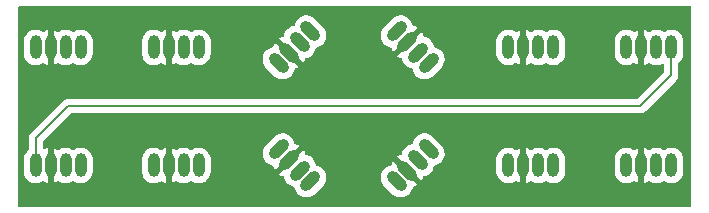
<source format=gbr>
G04 #@! TF.GenerationSoftware,KiCad,Pcbnew,8.0.6*
G04 #@! TF.CreationDate,2025-06-25T21:28:08+01:00*
G04 #@! TF.ProjectId,led-matrix,6c65642d-6d61-4747-9269-782e6b696361,rev?*
G04 #@! TF.SameCoordinates,Original*
G04 #@! TF.FileFunction,Copper,L1,Top*
G04 #@! TF.FilePolarity,Positive*
%FSLAX46Y46*%
G04 Gerber Fmt 4.6, Leading zero omitted, Abs format (unit mm)*
G04 Created by KiCad (PCBNEW 8.0.6) date 2025-06-25 21:28:08*
%MOMM*%
%LPD*%
G01*
G04 APERTURE LIST*
G04 Aperture macros list*
%AMHorizOval*
0 Thick line with rounded ends*
0 $1 width*
0 $2 $3 position (X,Y) of the first rounded end (center of the circle)*
0 $4 $5 position (X,Y) of the second rounded end (center of the circle)*
0 Add line between two ends*
20,1,$1,$2,$3,$4,$5,0*
0 Add two circle primitives to create the rounded ends*
1,1,$1,$2,$3*
1,1,$1,$4,$5*%
G04 Aperture macros list end*
G04 #@! TA.AperFunction,ComponentPad*
%ADD10O,1.000000X2.000000*%
G04 #@! TD*
G04 #@! TA.AperFunction,ComponentPad*
%ADD11HorizOval,1.000000X0.353553X0.353553X-0.353553X-0.353553X0*%
G04 #@! TD*
G04 #@! TA.AperFunction,ComponentPad*
%ADD12HorizOval,1.000000X-0.353553X0.353553X0.353553X-0.353553X0*%
G04 #@! TD*
G04 #@! TA.AperFunction,ViaPad*
%ADD13C,0.600000*%
G04 #@! TD*
G04 #@! TA.AperFunction,Conductor*
%ADD14C,0.200000*%
G04 #@! TD*
G04 APERTURE END LIST*
D10*
X90310000Y-58500000D03*
X89040000Y-58500000D03*
X87770000Y-58500000D03*
X86500000Y-58500000D03*
D11*
X99752038Y-69847038D03*
X98854013Y-68949013D03*
X97955987Y-68050987D03*
X97057962Y-67152962D03*
D10*
X120310000Y-58500000D03*
X119040000Y-58500000D03*
X117770000Y-58500000D03*
X116500000Y-58500000D03*
X120310000Y-68500000D03*
X119040000Y-68500000D03*
X117770000Y-68500000D03*
X116500000Y-68500000D03*
D12*
X109752038Y-67152962D03*
X108854013Y-68050987D03*
X107955987Y-68949013D03*
X107057962Y-69847038D03*
D10*
X80310000Y-58500000D03*
X79040000Y-58500000D03*
X77770000Y-58500000D03*
X76500000Y-58500000D03*
X130310000Y-58500000D03*
X129040000Y-58500000D03*
X127770000Y-58500000D03*
X126500000Y-58500000D03*
X130310000Y-68500000D03*
X129040000Y-68500000D03*
X127770000Y-68500000D03*
X126500000Y-68500000D03*
X80310000Y-68500000D03*
X79040000Y-68500000D03*
X77770000Y-68500000D03*
X76500000Y-68500000D03*
X90310000Y-68500000D03*
X89040000Y-68500000D03*
X87770000Y-68500000D03*
X86500000Y-68500000D03*
D12*
X99752038Y-57152962D03*
X98854013Y-58050987D03*
X97955987Y-58949013D03*
X97057962Y-59847038D03*
D11*
X109752038Y-59847038D03*
X108854013Y-58949013D03*
X107955987Y-58050987D03*
X107057962Y-57152962D03*
D13*
X101950000Y-67850000D03*
X104950000Y-67800000D03*
D14*
X76500000Y-66200000D02*
X76500000Y-68500000D01*
X130310000Y-58500000D02*
X130310000Y-60840000D01*
X79200000Y-63500000D02*
X76500000Y-66200000D01*
X127650000Y-63500000D02*
X79200000Y-63500000D01*
X130310000Y-60840000D02*
X127650000Y-63500000D01*
G04 #@! TA.AperFunction,Conductor*
G36*
X131942539Y-55020185D02*
G01*
X131988294Y-55072989D01*
X131999500Y-55124500D01*
X131999500Y-71875500D01*
X131979815Y-71942539D01*
X131927011Y-71988294D01*
X131875500Y-71999500D01*
X75124500Y-71999500D01*
X75057461Y-71979815D01*
X75011706Y-71927011D01*
X75000500Y-71875500D01*
X75000500Y-69098543D01*
X75499499Y-69098543D01*
X75537947Y-69291829D01*
X75537950Y-69291839D01*
X75613364Y-69473907D01*
X75613371Y-69473920D01*
X75722860Y-69637781D01*
X75722863Y-69637785D01*
X75862214Y-69777136D01*
X75862218Y-69777139D01*
X76026079Y-69886628D01*
X76026092Y-69886635D01*
X76207001Y-69961569D01*
X76208165Y-69962051D01*
X76208169Y-69962051D01*
X76208170Y-69962052D01*
X76401456Y-70000500D01*
X76401459Y-70000500D01*
X76598543Y-70000500D01*
X76752567Y-69969862D01*
X76791835Y-69962051D01*
X76973914Y-69886632D01*
X76973919Y-69886628D01*
X76973922Y-69886627D01*
X76998040Y-69870511D01*
X77066559Y-69824728D01*
X77133234Y-69803850D01*
X77200614Y-69822334D01*
X77204341Y-69824728D01*
X77296321Y-69886188D01*
X77296328Y-69886192D01*
X77478308Y-69961569D01*
X77520000Y-69969862D01*
X77520000Y-68846409D01*
X77605956Y-68896037D01*
X77714048Y-68925000D01*
X77825952Y-68925000D01*
X77934044Y-68896037D01*
X78020000Y-68846409D01*
X78020000Y-69969862D01*
X78061690Y-69961569D01*
X78061692Y-69961569D01*
X78243673Y-69886191D01*
X78243676Y-69886189D01*
X78335657Y-69824729D01*
X78402334Y-69803850D01*
X78469715Y-69822334D01*
X78473440Y-69824728D01*
X78566079Y-69886628D01*
X78566092Y-69886635D01*
X78747001Y-69961569D01*
X78748165Y-69962051D01*
X78748169Y-69962051D01*
X78748170Y-69962052D01*
X78941456Y-70000500D01*
X78941459Y-70000500D01*
X79138543Y-70000500D01*
X79292567Y-69969862D01*
X79331835Y-69962051D01*
X79513914Y-69886632D01*
X79606109Y-69825029D01*
X79672786Y-69804151D01*
X79740166Y-69822635D01*
X79743891Y-69825029D01*
X79835423Y-69886189D01*
X79836086Y-69886632D01*
X79836088Y-69886633D01*
X79836092Y-69886635D01*
X80017001Y-69961569D01*
X80018165Y-69962051D01*
X80018169Y-69962051D01*
X80018170Y-69962052D01*
X80211456Y-70000500D01*
X80211459Y-70000500D01*
X80408543Y-70000500D01*
X80562567Y-69969862D01*
X80601835Y-69962051D01*
X80783914Y-69886632D01*
X80784579Y-69886188D01*
X80876558Y-69824729D01*
X80947782Y-69777139D01*
X81087139Y-69637782D01*
X81196632Y-69473914D01*
X81272051Y-69291835D01*
X81288335Y-69209969D01*
X81310500Y-69098543D01*
X85499499Y-69098543D01*
X85537947Y-69291829D01*
X85537950Y-69291839D01*
X85613364Y-69473907D01*
X85613371Y-69473920D01*
X85722860Y-69637781D01*
X85722863Y-69637785D01*
X85862214Y-69777136D01*
X85862218Y-69777139D01*
X86026079Y-69886628D01*
X86026092Y-69886635D01*
X86207001Y-69961569D01*
X86208165Y-69962051D01*
X86208169Y-69962051D01*
X86208170Y-69962052D01*
X86401456Y-70000500D01*
X86401459Y-70000500D01*
X86598543Y-70000500D01*
X86752567Y-69969862D01*
X86791835Y-69962051D01*
X86973914Y-69886632D01*
X86973919Y-69886628D01*
X86973922Y-69886627D01*
X86998040Y-69870511D01*
X87066559Y-69824728D01*
X87133234Y-69803850D01*
X87200614Y-69822334D01*
X87204341Y-69824728D01*
X87296321Y-69886188D01*
X87296328Y-69886192D01*
X87478308Y-69961569D01*
X87520000Y-69969862D01*
X87520000Y-68846409D01*
X87605956Y-68896037D01*
X87714048Y-68925000D01*
X87825952Y-68925000D01*
X87934044Y-68896037D01*
X88020000Y-68846409D01*
X88020000Y-69969862D01*
X88061690Y-69961569D01*
X88061692Y-69961569D01*
X88243673Y-69886191D01*
X88243676Y-69886189D01*
X88335657Y-69824729D01*
X88402334Y-69803850D01*
X88469715Y-69822334D01*
X88473440Y-69824728D01*
X88566079Y-69886628D01*
X88566092Y-69886635D01*
X88747001Y-69961569D01*
X88748165Y-69962051D01*
X88748169Y-69962051D01*
X88748170Y-69962052D01*
X88941456Y-70000500D01*
X88941459Y-70000500D01*
X89138543Y-70000500D01*
X89292567Y-69969862D01*
X89331835Y-69962051D01*
X89513914Y-69886632D01*
X89606109Y-69825029D01*
X89672786Y-69804151D01*
X89740166Y-69822635D01*
X89743891Y-69825029D01*
X89835423Y-69886189D01*
X89836086Y-69886632D01*
X89836088Y-69886633D01*
X89836092Y-69886635D01*
X90017001Y-69961569D01*
X90018165Y-69962051D01*
X90018169Y-69962051D01*
X90018170Y-69962052D01*
X90211456Y-70000500D01*
X90211459Y-70000500D01*
X90408543Y-70000500D01*
X90562567Y-69969862D01*
X90601835Y-69962051D01*
X90783914Y-69886632D01*
X90784579Y-69886188D01*
X90876558Y-69824729D01*
X90947782Y-69777139D01*
X91087139Y-69637782D01*
X91196632Y-69473914D01*
X91272051Y-69291835D01*
X91288335Y-69209969D01*
X91310500Y-69098543D01*
X91310500Y-67901456D01*
X91272052Y-67708170D01*
X91272051Y-67708169D01*
X91272051Y-67708165D01*
X91241285Y-67633889D01*
X91196635Y-67526092D01*
X91196628Y-67526079D01*
X91117710Y-67407970D01*
X95703909Y-67407970D01*
X95703909Y-67605059D01*
X95742356Y-67798343D01*
X95742358Y-67798351D01*
X95817776Y-67980425D01*
X95817781Y-67980435D01*
X95927269Y-68144295D01*
X95927272Y-68144299D01*
X96066624Y-68283651D01*
X96066628Y-68283654D01*
X96230488Y-68393142D01*
X96230492Y-68393144D01*
X96230495Y-68393146D01*
X96412573Y-68468566D01*
X96521856Y-68490303D01*
X96583765Y-68522687D01*
X96618339Y-68583403D01*
X96619280Y-68587728D01*
X96640861Y-68696223D01*
X96640864Y-68696233D01*
X96716242Y-68878213D01*
X96716243Y-68878215D01*
X96739859Y-68913559D01*
X97534261Y-68119158D01*
X97559950Y-68215031D01*
X97615903Y-68311943D01*
X97695031Y-68391071D01*
X97791943Y-68447024D01*
X97887814Y-68472712D01*
X97093413Y-69267112D01*
X97128762Y-69290732D01*
X97310741Y-69366109D01*
X97310745Y-69366110D01*
X97419243Y-69387691D01*
X97481154Y-69420076D01*
X97515729Y-69480791D01*
X97516670Y-69485117D01*
X97538407Y-69594396D01*
X97538409Y-69594402D01*
X97613827Y-69776476D01*
X97613832Y-69776486D01*
X97723320Y-69940346D01*
X97723323Y-69940350D01*
X97862675Y-70079702D01*
X97862679Y-70079705D01*
X98026539Y-70189193D01*
X98026543Y-70189195D01*
X98026546Y-70189197D01*
X98208624Y-70264617D01*
X98306340Y-70284054D01*
X98317375Y-70286249D01*
X98379286Y-70318633D01*
X98413860Y-70379349D01*
X98414801Y-70383674D01*
X98436432Y-70492421D01*
X98436434Y-70492427D01*
X98511852Y-70674501D01*
X98511857Y-70674511D01*
X98621345Y-70838371D01*
X98621348Y-70838375D01*
X98760700Y-70977727D01*
X98760704Y-70977730D01*
X98924564Y-71087218D01*
X98924568Y-71087220D01*
X98924571Y-71087222D01*
X99106649Y-71162642D01*
X99299940Y-71201090D01*
X99299943Y-71201091D01*
X99299945Y-71201091D01*
X99497027Y-71201091D01*
X99497028Y-71201090D01*
X99690321Y-71162642D01*
X99872399Y-71087222D01*
X100036266Y-70977730D01*
X100882730Y-70131266D01*
X100992222Y-69967399D01*
X101067642Y-69785321D01*
X101106091Y-69592025D01*
X101106091Y-69394945D01*
X101106091Y-69394942D01*
X101106090Y-69394940D01*
X105703909Y-69394940D01*
X105703909Y-69592029D01*
X105742356Y-69785313D01*
X105742358Y-69785321D01*
X105817776Y-69967395D01*
X105817781Y-69967405D01*
X105927269Y-70131265D01*
X105927272Y-70131269D01*
X106773730Y-70977727D01*
X106773734Y-70977730D01*
X106937594Y-71087218D01*
X106937598Y-71087220D01*
X106937601Y-71087222D01*
X107119679Y-71162642D01*
X107312970Y-71201090D01*
X107312973Y-71201091D01*
X107312975Y-71201091D01*
X107510057Y-71201091D01*
X107510058Y-71201090D01*
X107703351Y-71162642D01*
X107885429Y-71087222D01*
X108049296Y-70977730D01*
X108188654Y-70838372D01*
X108298146Y-70674505D01*
X108373566Y-70492427D01*
X108395304Y-70383140D01*
X108427687Y-70321234D01*
X108488402Y-70286659D01*
X108492730Y-70285717D01*
X108601229Y-70264136D01*
X108601232Y-70264135D01*
X108783216Y-70188756D01*
X108783220Y-70188753D01*
X108818559Y-70165139D01*
X108818560Y-70165138D01*
X108024159Y-69370738D01*
X108120031Y-69345050D01*
X108216943Y-69289097D01*
X108296071Y-69209969D01*
X108352024Y-69113057D01*
X108377712Y-69017185D01*
X109172112Y-69811586D01*
X109172113Y-69811585D01*
X109195727Y-69776246D01*
X109195730Y-69776242D01*
X109271109Y-69594258D01*
X109271112Y-69594246D01*
X109292693Y-69485754D01*
X109325077Y-69423843D01*
X109385793Y-69389269D01*
X109390036Y-69388345D01*
X109499402Y-69366591D01*
X109681480Y-69291171D01*
X109845347Y-69181679D01*
X109928483Y-69098543D01*
X115499499Y-69098543D01*
X115537947Y-69291829D01*
X115537950Y-69291839D01*
X115613364Y-69473907D01*
X115613371Y-69473920D01*
X115722860Y-69637781D01*
X115722863Y-69637785D01*
X115862214Y-69777136D01*
X115862218Y-69777139D01*
X116026079Y-69886628D01*
X116026092Y-69886635D01*
X116207001Y-69961569D01*
X116208165Y-69962051D01*
X116208169Y-69962051D01*
X116208170Y-69962052D01*
X116401456Y-70000500D01*
X116401459Y-70000500D01*
X116598543Y-70000500D01*
X116752567Y-69969862D01*
X116791835Y-69962051D01*
X116973914Y-69886632D01*
X116973919Y-69886628D01*
X116973922Y-69886627D01*
X116998040Y-69870511D01*
X117066559Y-69824728D01*
X117133234Y-69803850D01*
X117200614Y-69822334D01*
X117204341Y-69824728D01*
X117296321Y-69886188D01*
X117296328Y-69886192D01*
X117478308Y-69961569D01*
X117520000Y-69969862D01*
X117520000Y-68846409D01*
X117605956Y-68896037D01*
X117714048Y-68925000D01*
X117825952Y-68925000D01*
X117934044Y-68896037D01*
X118020000Y-68846409D01*
X118020000Y-69969862D01*
X118061690Y-69961569D01*
X118061692Y-69961569D01*
X118243673Y-69886191D01*
X118243676Y-69886189D01*
X118335657Y-69824729D01*
X118402334Y-69803850D01*
X118469715Y-69822334D01*
X118473440Y-69824728D01*
X118566079Y-69886628D01*
X118566092Y-69886635D01*
X118747001Y-69961569D01*
X118748165Y-69962051D01*
X118748169Y-69962051D01*
X118748170Y-69962052D01*
X118941456Y-70000500D01*
X118941459Y-70000500D01*
X119138543Y-70000500D01*
X119292567Y-69969862D01*
X119331835Y-69962051D01*
X119513914Y-69886632D01*
X119606109Y-69825029D01*
X119672786Y-69804151D01*
X119740166Y-69822635D01*
X119743891Y-69825029D01*
X119835423Y-69886189D01*
X119836086Y-69886632D01*
X119836088Y-69886633D01*
X119836092Y-69886635D01*
X120017001Y-69961569D01*
X120018165Y-69962051D01*
X120018169Y-69962051D01*
X120018170Y-69962052D01*
X120211456Y-70000500D01*
X120211459Y-70000500D01*
X120408543Y-70000500D01*
X120562567Y-69969862D01*
X120601835Y-69962051D01*
X120783914Y-69886632D01*
X120784579Y-69886188D01*
X120876558Y-69824729D01*
X120947782Y-69777139D01*
X121087139Y-69637782D01*
X121196632Y-69473914D01*
X121272051Y-69291835D01*
X121288335Y-69209969D01*
X121310500Y-69098543D01*
X125499499Y-69098543D01*
X125537947Y-69291829D01*
X125537950Y-69291839D01*
X125613364Y-69473907D01*
X125613371Y-69473920D01*
X125722860Y-69637781D01*
X125722863Y-69637785D01*
X125862214Y-69777136D01*
X125862218Y-69777139D01*
X126026079Y-69886628D01*
X126026092Y-69886635D01*
X126207001Y-69961569D01*
X126208165Y-69962051D01*
X126208169Y-69962051D01*
X126208170Y-69962052D01*
X126401456Y-70000500D01*
X126401459Y-70000500D01*
X126598543Y-70000500D01*
X126752567Y-69969862D01*
X126791835Y-69962051D01*
X126973914Y-69886632D01*
X126973919Y-69886628D01*
X126973922Y-69886627D01*
X126998040Y-69870511D01*
X127066559Y-69824728D01*
X127133234Y-69803850D01*
X127200614Y-69822334D01*
X127204341Y-69824728D01*
X127296321Y-69886188D01*
X127296328Y-69886192D01*
X127478308Y-69961569D01*
X127520000Y-69969862D01*
X127520000Y-68846409D01*
X127605956Y-68896037D01*
X127714048Y-68925000D01*
X127825952Y-68925000D01*
X127934044Y-68896037D01*
X128020000Y-68846409D01*
X128020000Y-69969862D01*
X128061690Y-69961569D01*
X128061692Y-69961569D01*
X128243673Y-69886191D01*
X128243676Y-69886189D01*
X128335657Y-69824729D01*
X128402334Y-69803850D01*
X128469715Y-69822334D01*
X128473440Y-69824728D01*
X128566079Y-69886628D01*
X128566092Y-69886635D01*
X128747001Y-69961569D01*
X128748165Y-69962051D01*
X128748169Y-69962051D01*
X128748170Y-69962052D01*
X128941456Y-70000500D01*
X128941459Y-70000500D01*
X129138543Y-70000500D01*
X129292567Y-69969862D01*
X129331835Y-69962051D01*
X129513914Y-69886632D01*
X129606109Y-69825029D01*
X129672786Y-69804151D01*
X129740166Y-69822635D01*
X129743891Y-69825029D01*
X129835423Y-69886189D01*
X129836086Y-69886632D01*
X129836088Y-69886633D01*
X129836092Y-69886635D01*
X130017001Y-69961569D01*
X130018165Y-69962051D01*
X130018169Y-69962051D01*
X130018170Y-69962052D01*
X130211456Y-70000500D01*
X130211459Y-70000500D01*
X130408543Y-70000500D01*
X130562567Y-69969862D01*
X130601835Y-69962051D01*
X130783914Y-69886632D01*
X130784579Y-69886188D01*
X130876558Y-69824729D01*
X130947782Y-69777139D01*
X131087139Y-69637782D01*
X131196632Y-69473914D01*
X131272051Y-69291835D01*
X131288335Y-69209969D01*
X131310500Y-69098543D01*
X131310500Y-67901456D01*
X131272052Y-67708170D01*
X131272051Y-67708169D01*
X131272051Y-67708165D01*
X131241285Y-67633889D01*
X131196635Y-67526092D01*
X131196628Y-67526079D01*
X131087139Y-67362218D01*
X131087136Y-67362214D01*
X130947785Y-67222863D01*
X130947781Y-67222860D01*
X130783920Y-67113371D01*
X130783907Y-67113364D01*
X130601839Y-67037950D01*
X130601829Y-67037947D01*
X130408543Y-66999500D01*
X130408541Y-66999500D01*
X130211459Y-66999500D01*
X130211457Y-66999500D01*
X130018170Y-67037947D01*
X130018160Y-67037950D01*
X129836089Y-67113366D01*
X129743890Y-67174971D01*
X129677213Y-67195848D01*
X129609833Y-67177363D01*
X129606110Y-67174971D01*
X129579740Y-67157352D01*
X129513914Y-67113368D01*
X129513911Y-67113366D01*
X129513910Y-67113366D01*
X129331839Y-67037950D01*
X129331829Y-67037947D01*
X129138543Y-66999500D01*
X129138541Y-66999500D01*
X128941459Y-66999500D01*
X128941457Y-66999500D01*
X128748170Y-67037947D01*
X128748160Y-67037950D01*
X128566093Y-67113364D01*
X128566082Y-67113370D01*
X128473440Y-67175271D01*
X128406762Y-67196148D01*
X128339382Y-67177663D01*
X128335659Y-67175270D01*
X128243684Y-67113814D01*
X128243671Y-67113807D01*
X128061691Y-67038429D01*
X128061683Y-67038427D01*
X128020000Y-67030135D01*
X128020000Y-68153590D01*
X127934044Y-68103963D01*
X127825952Y-68075000D01*
X127714048Y-68075000D01*
X127605956Y-68103963D01*
X127520000Y-68153590D01*
X127520000Y-67030136D01*
X127519999Y-67030135D01*
X127478316Y-67038427D01*
X127478308Y-67038429D01*
X127296325Y-67113809D01*
X127204339Y-67175271D01*
X127137661Y-67196148D01*
X127070281Y-67177663D01*
X127066559Y-67175271D01*
X127034552Y-67153885D01*
X126973914Y-67113368D01*
X126973911Y-67113366D01*
X126973910Y-67113366D01*
X126791839Y-67037950D01*
X126791829Y-67037947D01*
X126598543Y-66999500D01*
X126598541Y-66999500D01*
X126401459Y-66999500D01*
X126401457Y-66999500D01*
X126208170Y-67037947D01*
X126208160Y-67037950D01*
X126026092Y-67113364D01*
X126026079Y-67113371D01*
X125862218Y-67222860D01*
X125862214Y-67222863D01*
X125722863Y-67362214D01*
X125722860Y-67362218D01*
X125613371Y-67526079D01*
X125613364Y-67526092D01*
X125537950Y-67708160D01*
X125537947Y-67708170D01*
X125499500Y-67901456D01*
X125499500Y-67901459D01*
X125499500Y-69098541D01*
X125499500Y-69098543D01*
X125499499Y-69098543D01*
X121310500Y-69098543D01*
X121310500Y-67901456D01*
X121272052Y-67708170D01*
X121272051Y-67708169D01*
X121272051Y-67708165D01*
X121241285Y-67633889D01*
X121196635Y-67526092D01*
X121196628Y-67526079D01*
X121087139Y-67362218D01*
X121087136Y-67362214D01*
X120947785Y-67222863D01*
X120947781Y-67222860D01*
X120783920Y-67113371D01*
X120783907Y-67113364D01*
X120601839Y-67037950D01*
X120601829Y-67037947D01*
X120408543Y-66999500D01*
X120408541Y-66999500D01*
X120211459Y-66999500D01*
X120211457Y-66999500D01*
X120018170Y-67037947D01*
X120018160Y-67037950D01*
X119836089Y-67113366D01*
X119743890Y-67174971D01*
X119677213Y-67195848D01*
X119609833Y-67177363D01*
X119606110Y-67174971D01*
X119579740Y-67157352D01*
X119513914Y-67113368D01*
X119513911Y-67113366D01*
X119513910Y-67113366D01*
X119331839Y-67037950D01*
X119331829Y-67037947D01*
X119138543Y-66999500D01*
X119138541Y-66999500D01*
X118941459Y-66999500D01*
X118941457Y-66999500D01*
X118748170Y-67037947D01*
X118748160Y-67037950D01*
X118566093Y-67113364D01*
X118566082Y-67113370D01*
X118473440Y-67175271D01*
X118406762Y-67196148D01*
X118339382Y-67177663D01*
X118335659Y-67175270D01*
X118243684Y-67113814D01*
X118243671Y-67113807D01*
X118061691Y-67038429D01*
X118061683Y-67038427D01*
X118020000Y-67030135D01*
X118020000Y-68153590D01*
X117934044Y-68103963D01*
X117825952Y-68075000D01*
X117714048Y-68075000D01*
X117605956Y-68103963D01*
X117520000Y-68153590D01*
X117520000Y-67030136D01*
X117519999Y-67030135D01*
X117478316Y-67038427D01*
X117478308Y-67038429D01*
X117296325Y-67113809D01*
X117204339Y-67175271D01*
X117137661Y-67196148D01*
X117070281Y-67177663D01*
X117066559Y-67175271D01*
X117034552Y-67153885D01*
X116973914Y-67113368D01*
X116973911Y-67113366D01*
X116973910Y-67113366D01*
X116791839Y-67037950D01*
X116791829Y-67037947D01*
X116598543Y-66999500D01*
X116598541Y-66999500D01*
X116401459Y-66999500D01*
X116401457Y-66999500D01*
X116208170Y-67037947D01*
X116208160Y-67037950D01*
X116026092Y-67113364D01*
X116026079Y-67113371D01*
X115862218Y-67222860D01*
X115862214Y-67222863D01*
X115722863Y-67362214D01*
X115722860Y-67362218D01*
X115613371Y-67526079D01*
X115613364Y-67526092D01*
X115537950Y-67708160D01*
X115537947Y-67708170D01*
X115499500Y-67901456D01*
X115499500Y-67901459D01*
X115499500Y-69098541D01*
X115499500Y-69098543D01*
X115499499Y-69098543D01*
X109928483Y-69098543D01*
X109984705Y-69042321D01*
X110094197Y-68878454D01*
X110169617Y-68696376D01*
X110191249Y-68587620D01*
X110223633Y-68525713D01*
X110284349Y-68491139D01*
X110288619Y-68490209D01*
X110397427Y-68468566D01*
X110579505Y-68393146D01*
X110743372Y-68283654D01*
X110882730Y-68144296D01*
X110992222Y-67980429D01*
X111067642Y-67798351D01*
X111106091Y-67605055D01*
X111106091Y-67407975D01*
X111106091Y-67407972D01*
X111106090Y-67407970D01*
X111096989Y-67362218D01*
X111067642Y-67214679D01*
X110992222Y-67032601D01*
X110992220Y-67032598D01*
X110992218Y-67032594D01*
X110882730Y-66868734D01*
X110882727Y-66868730D01*
X110036269Y-66022272D01*
X110036265Y-66022269D01*
X109872405Y-65912781D01*
X109872395Y-65912776D01*
X109690321Y-65837358D01*
X109690313Y-65837356D01*
X109497028Y-65798909D01*
X109497025Y-65798909D01*
X109299945Y-65798909D01*
X109299942Y-65798909D01*
X109106656Y-65837356D01*
X109106648Y-65837358D01*
X108924574Y-65912776D01*
X108924564Y-65912781D01*
X108760704Y-66022269D01*
X108760700Y-66022272D01*
X108621348Y-66161624D01*
X108621345Y-66161628D01*
X108511857Y-66325488D01*
X108511852Y-66325498D01*
X108436434Y-66507572D01*
X108436432Y-66507578D01*
X108414801Y-66616325D01*
X108382416Y-66678236D01*
X108321700Y-66712810D01*
X108317376Y-66713750D01*
X108208629Y-66735381D01*
X108208623Y-66735383D01*
X108026549Y-66810801D01*
X108026539Y-66810806D01*
X107862679Y-66920294D01*
X107862675Y-66920297D01*
X107723323Y-67059649D01*
X107723320Y-67059653D01*
X107613832Y-67223513D01*
X107613827Y-67223523D01*
X107538409Y-67405597D01*
X107538407Y-67405603D01*
X107516670Y-67514881D01*
X107484285Y-67576792D01*
X107423569Y-67611366D01*
X107419245Y-67612306D01*
X107310750Y-67633887D01*
X107310744Y-67633889D01*
X107128759Y-67709269D01*
X107128752Y-67709273D01*
X107093413Y-67732886D01*
X107093412Y-67732886D01*
X107887814Y-68527287D01*
X107791943Y-68552976D01*
X107695031Y-68608929D01*
X107615903Y-68688057D01*
X107559950Y-68784969D01*
X107534261Y-68880840D01*
X106739860Y-68086438D01*
X106739860Y-68086439D01*
X106716247Y-68121778D01*
X106716243Y-68121785D01*
X106640863Y-68303770D01*
X106640861Y-68303776D01*
X106619280Y-68412271D01*
X106586895Y-68474182D01*
X106526179Y-68508756D01*
X106521854Y-68509696D01*
X106412580Y-68531432D01*
X106412572Y-68531434D01*
X106230498Y-68606852D01*
X106230488Y-68606857D01*
X106066628Y-68716345D01*
X106066624Y-68716348D01*
X105927272Y-68855700D01*
X105927269Y-68855704D01*
X105817781Y-69019564D01*
X105817776Y-69019574D01*
X105742358Y-69201648D01*
X105742356Y-69201656D01*
X105703909Y-69394940D01*
X101106090Y-69394940D01*
X101096166Y-69345050D01*
X101067642Y-69201649D01*
X100992222Y-69019571D01*
X100992220Y-69019568D01*
X100992218Y-69019564D01*
X100882730Y-68855704D01*
X100882727Y-68855700D01*
X100743375Y-68716348D01*
X100743371Y-68716345D01*
X100579511Y-68606857D01*
X100579501Y-68606852D01*
X100397427Y-68531434D01*
X100397421Y-68531432D01*
X100288674Y-68509801D01*
X100226763Y-68477416D01*
X100192189Y-68416700D01*
X100191249Y-68412375D01*
X100175901Y-68335215D01*
X100169617Y-68303624D01*
X100094197Y-68121546D01*
X100094195Y-68121543D01*
X100094193Y-68121539D01*
X99984705Y-67957679D01*
X99984702Y-67957675D01*
X99845350Y-67818323D01*
X99845346Y-67818320D01*
X99681486Y-67708832D01*
X99681476Y-67708827D01*
X99499402Y-67633409D01*
X99499396Y-67633407D01*
X99390117Y-67611670D01*
X99328206Y-67579285D01*
X99293632Y-67518569D01*
X99292691Y-67514243D01*
X99271110Y-67405745D01*
X99271109Y-67405741D01*
X99195732Y-67223762D01*
X99172112Y-67188413D01*
X98377712Y-67982813D01*
X98352024Y-67886943D01*
X98296071Y-67790031D01*
X98216943Y-67710903D01*
X98120031Y-67654950D01*
X98024159Y-67629261D01*
X98818560Y-66834860D01*
X98783215Y-66811243D01*
X98783213Y-66811242D01*
X98601233Y-66735864D01*
X98601223Y-66735861D01*
X98492728Y-66714280D01*
X98430817Y-66681895D01*
X98396243Y-66621179D01*
X98395315Y-66616915D01*
X98373566Y-66507573D01*
X98298146Y-66325495D01*
X98298144Y-66325492D01*
X98298142Y-66325488D01*
X98188654Y-66161628D01*
X98188651Y-66161624D01*
X98049299Y-66022272D01*
X98049295Y-66022269D01*
X97885435Y-65912781D01*
X97885425Y-65912776D01*
X97703351Y-65837358D01*
X97703343Y-65837356D01*
X97510058Y-65798909D01*
X97510055Y-65798909D01*
X97312975Y-65798909D01*
X97312972Y-65798909D01*
X97119686Y-65837356D01*
X97119678Y-65837358D01*
X96937604Y-65912776D01*
X96937594Y-65912781D01*
X96773734Y-66022269D01*
X96773730Y-66022272D01*
X95927272Y-66868730D01*
X95927269Y-66868734D01*
X95817781Y-67032594D01*
X95817776Y-67032604D01*
X95742358Y-67214678D01*
X95742356Y-67214686D01*
X95703909Y-67407970D01*
X91117710Y-67407970D01*
X91087139Y-67362218D01*
X91087136Y-67362214D01*
X90947785Y-67222863D01*
X90947781Y-67222860D01*
X90783920Y-67113371D01*
X90783907Y-67113364D01*
X90601839Y-67037950D01*
X90601829Y-67037947D01*
X90408543Y-66999500D01*
X90408541Y-66999500D01*
X90211459Y-66999500D01*
X90211457Y-66999500D01*
X90018170Y-67037947D01*
X90018160Y-67037950D01*
X89836089Y-67113366D01*
X89743890Y-67174971D01*
X89677213Y-67195848D01*
X89609833Y-67177363D01*
X89606110Y-67174971D01*
X89579740Y-67157352D01*
X89513914Y-67113368D01*
X89513911Y-67113366D01*
X89513910Y-67113366D01*
X89331839Y-67037950D01*
X89331829Y-67037947D01*
X89138543Y-66999500D01*
X89138541Y-66999500D01*
X88941459Y-66999500D01*
X88941457Y-66999500D01*
X88748170Y-67037947D01*
X88748160Y-67037950D01*
X88566093Y-67113364D01*
X88566082Y-67113370D01*
X88473440Y-67175271D01*
X88406762Y-67196148D01*
X88339382Y-67177663D01*
X88335659Y-67175270D01*
X88243684Y-67113814D01*
X88243671Y-67113807D01*
X88061691Y-67038429D01*
X88061683Y-67038427D01*
X88020000Y-67030135D01*
X88020000Y-68153590D01*
X87934044Y-68103963D01*
X87825952Y-68075000D01*
X87714048Y-68075000D01*
X87605956Y-68103963D01*
X87520000Y-68153590D01*
X87520000Y-67030136D01*
X87519999Y-67030135D01*
X87478316Y-67038427D01*
X87478308Y-67038429D01*
X87296325Y-67113809D01*
X87204339Y-67175271D01*
X87137661Y-67196148D01*
X87070281Y-67177663D01*
X87066559Y-67175271D01*
X87034552Y-67153885D01*
X86973914Y-67113368D01*
X86973911Y-67113366D01*
X86973910Y-67113366D01*
X86791839Y-67037950D01*
X86791829Y-67037947D01*
X86598543Y-66999500D01*
X86598541Y-66999500D01*
X86401459Y-66999500D01*
X86401457Y-66999500D01*
X86208170Y-67037947D01*
X86208160Y-67037950D01*
X86026092Y-67113364D01*
X86026079Y-67113371D01*
X85862218Y-67222860D01*
X85862214Y-67222863D01*
X85722863Y-67362214D01*
X85722860Y-67362218D01*
X85613371Y-67526079D01*
X85613364Y-67526092D01*
X85537950Y-67708160D01*
X85537947Y-67708170D01*
X85499500Y-67901456D01*
X85499500Y-67901459D01*
X85499500Y-69098541D01*
X85499500Y-69098543D01*
X85499499Y-69098543D01*
X81310500Y-69098543D01*
X81310500Y-67901456D01*
X81272052Y-67708170D01*
X81272051Y-67708169D01*
X81272051Y-67708165D01*
X81241285Y-67633889D01*
X81196635Y-67526092D01*
X81196628Y-67526079D01*
X81087139Y-67362218D01*
X81087136Y-67362214D01*
X80947785Y-67222863D01*
X80947781Y-67222860D01*
X80783920Y-67113371D01*
X80783907Y-67113364D01*
X80601839Y-67037950D01*
X80601829Y-67037947D01*
X80408543Y-66999500D01*
X80408541Y-66999500D01*
X80211459Y-66999500D01*
X80211457Y-66999500D01*
X80018170Y-67037947D01*
X80018160Y-67037950D01*
X79836089Y-67113366D01*
X79743890Y-67174971D01*
X79677213Y-67195848D01*
X79609833Y-67177363D01*
X79606110Y-67174971D01*
X79579740Y-67157352D01*
X79513914Y-67113368D01*
X79513911Y-67113366D01*
X79513910Y-67113366D01*
X79331839Y-67037950D01*
X79331829Y-67037947D01*
X79138543Y-66999500D01*
X79138541Y-66999500D01*
X78941459Y-66999500D01*
X78941457Y-66999500D01*
X78748170Y-67037947D01*
X78748160Y-67037950D01*
X78566093Y-67113364D01*
X78566082Y-67113370D01*
X78473440Y-67175271D01*
X78406762Y-67196148D01*
X78339382Y-67177663D01*
X78335659Y-67175270D01*
X78243684Y-67113814D01*
X78243671Y-67113807D01*
X78061691Y-67038429D01*
X78061683Y-67038427D01*
X78020000Y-67030135D01*
X78020000Y-68153590D01*
X77934044Y-68103963D01*
X77825952Y-68075000D01*
X77714048Y-68075000D01*
X77605956Y-68103963D01*
X77520000Y-68153590D01*
X77520000Y-67030136D01*
X77519999Y-67030135D01*
X77478316Y-67038427D01*
X77478308Y-67038429D01*
X77296324Y-67113809D01*
X77293387Y-67115772D01*
X77291614Y-67116326D01*
X77290952Y-67116681D01*
X77290884Y-67116555D01*
X77226709Y-67136647D01*
X77159329Y-67118160D01*
X77112641Y-67066179D01*
X77100500Y-67012667D01*
X77100500Y-66500097D01*
X77120185Y-66433058D01*
X77136819Y-66412416D01*
X79412417Y-64136819D01*
X79473740Y-64103334D01*
X79500098Y-64100500D01*
X127563331Y-64100500D01*
X127563347Y-64100501D01*
X127570943Y-64100501D01*
X127729054Y-64100501D01*
X127729057Y-64100501D01*
X127881785Y-64059577D01*
X127931904Y-64030639D01*
X128018716Y-63980520D01*
X128130520Y-63868716D01*
X128130520Y-63868714D01*
X128140728Y-63858507D01*
X128140730Y-63858504D01*
X130668506Y-61330728D01*
X130668511Y-61330724D01*
X130678714Y-61320520D01*
X130678716Y-61320520D01*
X130790520Y-61208716D01*
X130817121Y-61162641D01*
X130860663Y-61087225D01*
X130860664Y-61087222D01*
X130860666Y-61087218D01*
X130869577Y-61071785D01*
X130910500Y-60919057D01*
X130910500Y-60760943D01*
X130910500Y-59865784D01*
X130930185Y-59798745D01*
X130946819Y-59778103D01*
X131087136Y-59637785D01*
X131087139Y-59637782D01*
X131196632Y-59473914D01*
X131272051Y-59291835D01*
X131288335Y-59209969D01*
X131310500Y-59098543D01*
X131310500Y-57901456D01*
X131272052Y-57708170D01*
X131272051Y-57708169D01*
X131272051Y-57708165D01*
X131241285Y-57633889D01*
X131196635Y-57526092D01*
X131196628Y-57526079D01*
X131087139Y-57362218D01*
X131087136Y-57362214D01*
X130947785Y-57222863D01*
X130947781Y-57222860D01*
X130783920Y-57113371D01*
X130783907Y-57113364D01*
X130601839Y-57037950D01*
X130601829Y-57037947D01*
X130408543Y-56999500D01*
X130408541Y-56999500D01*
X130211459Y-56999500D01*
X130211457Y-56999500D01*
X130018170Y-57037947D01*
X130018160Y-57037950D01*
X129836089Y-57113366D01*
X129743890Y-57174971D01*
X129677213Y-57195848D01*
X129609833Y-57177363D01*
X129606110Y-57174971D01*
X129579740Y-57157352D01*
X129513914Y-57113368D01*
X129513911Y-57113366D01*
X129513910Y-57113366D01*
X129331839Y-57037950D01*
X129331829Y-57037947D01*
X129138543Y-56999500D01*
X129138541Y-56999500D01*
X128941459Y-56999500D01*
X128941457Y-56999500D01*
X128748170Y-57037947D01*
X128748160Y-57037950D01*
X128566093Y-57113364D01*
X128566082Y-57113370D01*
X128473440Y-57175271D01*
X128406762Y-57196148D01*
X128339382Y-57177663D01*
X128335659Y-57175270D01*
X128243684Y-57113814D01*
X128243671Y-57113807D01*
X128061691Y-57038429D01*
X128061683Y-57038427D01*
X128020000Y-57030135D01*
X128020000Y-58153590D01*
X127934044Y-58103963D01*
X127825952Y-58075000D01*
X127714048Y-58075000D01*
X127605956Y-58103963D01*
X127520000Y-58153590D01*
X127520000Y-57030136D01*
X127519999Y-57030135D01*
X127478316Y-57038427D01*
X127478308Y-57038429D01*
X127296325Y-57113809D01*
X127204339Y-57175271D01*
X127137661Y-57196148D01*
X127070281Y-57177663D01*
X127066559Y-57175271D01*
X127034552Y-57153885D01*
X126973914Y-57113368D01*
X126973911Y-57113366D01*
X126973910Y-57113366D01*
X126791839Y-57037950D01*
X126791829Y-57037947D01*
X126598543Y-56999500D01*
X126598541Y-56999500D01*
X126401459Y-56999500D01*
X126401457Y-56999500D01*
X126208170Y-57037947D01*
X126208160Y-57037950D01*
X126026092Y-57113364D01*
X126026079Y-57113371D01*
X125862218Y-57222860D01*
X125862214Y-57222863D01*
X125722863Y-57362214D01*
X125722860Y-57362218D01*
X125613371Y-57526079D01*
X125613364Y-57526092D01*
X125537950Y-57708160D01*
X125537947Y-57708170D01*
X125499500Y-57901456D01*
X125499500Y-57901459D01*
X125499500Y-59098541D01*
X125499500Y-59098543D01*
X125499499Y-59098543D01*
X125537947Y-59291829D01*
X125537950Y-59291839D01*
X125613364Y-59473907D01*
X125613371Y-59473920D01*
X125722860Y-59637781D01*
X125722863Y-59637785D01*
X125862214Y-59777136D01*
X125862218Y-59777139D01*
X126026079Y-59886628D01*
X126026092Y-59886635D01*
X126207001Y-59961569D01*
X126208165Y-59962051D01*
X126208169Y-59962051D01*
X126208170Y-59962052D01*
X126401456Y-60000500D01*
X126401459Y-60000500D01*
X126598543Y-60000500D01*
X126752567Y-59969862D01*
X126791835Y-59962051D01*
X126973914Y-59886632D01*
X126973919Y-59886628D01*
X126973922Y-59886627D01*
X127005115Y-59865784D01*
X127066559Y-59824728D01*
X127133234Y-59803850D01*
X127200614Y-59822334D01*
X127204341Y-59824728D01*
X127296321Y-59886188D01*
X127296328Y-59886192D01*
X127478308Y-59961569D01*
X127520000Y-59969862D01*
X127520000Y-58846409D01*
X127605956Y-58896037D01*
X127714048Y-58925000D01*
X127825952Y-58925000D01*
X127934044Y-58896037D01*
X128020000Y-58846409D01*
X128020000Y-59969862D01*
X128061690Y-59961569D01*
X128061692Y-59961569D01*
X128243673Y-59886191D01*
X128243676Y-59886189D01*
X128335657Y-59824729D01*
X128402334Y-59803850D01*
X128469715Y-59822334D01*
X128473440Y-59824728D01*
X128566079Y-59886628D01*
X128566092Y-59886635D01*
X128747001Y-59961569D01*
X128748165Y-59962051D01*
X128748169Y-59962051D01*
X128748170Y-59962052D01*
X128941456Y-60000500D01*
X128941459Y-60000500D01*
X129138543Y-60000500D01*
X129292567Y-59969862D01*
X129331835Y-59962051D01*
X129513914Y-59886632D01*
X129516602Y-59884835D01*
X129518226Y-59884326D01*
X129519289Y-59883759D01*
X129519396Y-59883960D01*
X129583276Y-59863953D01*
X129650658Y-59882432D01*
X129697353Y-59934407D01*
X129709500Y-59987933D01*
X129709500Y-60539903D01*
X129689815Y-60606942D01*
X129673181Y-60627584D01*
X127437584Y-62863181D01*
X127376261Y-62896666D01*
X127349903Y-62899500D01*
X79286670Y-62899500D01*
X79286654Y-62899499D01*
X79279058Y-62899499D01*
X79120943Y-62899499D01*
X79044579Y-62919961D01*
X78968214Y-62940423D01*
X78968209Y-62940426D01*
X78831290Y-63019475D01*
X78831282Y-63019481D01*
X76019481Y-65831282D01*
X76019477Y-65831287D01*
X75972430Y-65912777D01*
X75972430Y-65912778D01*
X75940423Y-65968214D01*
X75940423Y-65968215D01*
X75899499Y-66120943D01*
X75899499Y-66120945D01*
X75899499Y-66289046D01*
X75899500Y-66289059D01*
X75899500Y-67134216D01*
X75879815Y-67201255D01*
X75863181Y-67221897D01*
X75722863Y-67362214D01*
X75722860Y-67362218D01*
X75613371Y-67526079D01*
X75613364Y-67526092D01*
X75537950Y-67708160D01*
X75537947Y-67708170D01*
X75499500Y-67901456D01*
X75499500Y-67901459D01*
X75499500Y-69098541D01*
X75499500Y-69098543D01*
X75499499Y-69098543D01*
X75000500Y-69098543D01*
X75000500Y-59098543D01*
X75499499Y-59098543D01*
X75537947Y-59291829D01*
X75537950Y-59291839D01*
X75613364Y-59473907D01*
X75613371Y-59473920D01*
X75722860Y-59637781D01*
X75722863Y-59637785D01*
X75862214Y-59777136D01*
X75862218Y-59777139D01*
X76026079Y-59886628D01*
X76026092Y-59886635D01*
X76207001Y-59961569D01*
X76208165Y-59962051D01*
X76208169Y-59962051D01*
X76208170Y-59962052D01*
X76401456Y-60000500D01*
X76401459Y-60000500D01*
X76598543Y-60000500D01*
X76752567Y-59969862D01*
X76791835Y-59962051D01*
X76973914Y-59886632D01*
X76973919Y-59886628D01*
X76973922Y-59886627D01*
X77005115Y-59865784D01*
X77066559Y-59824728D01*
X77133234Y-59803850D01*
X77200614Y-59822334D01*
X77204341Y-59824728D01*
X77296321Y-59886188D01*
X77296328Y-59886192D01*
X77478308Y-59961569D01*
X77520000Y-59969862D01*
X77520000Y-58846409D01*
X77605956Y-58896037D01*
X77714048Y-58925000D01*
X77825952Y-58925000D01*
X77934044Y-58896037D01*
X78020000Y-58846409D01*
X78020000Y-59969862D01*
X78061690Y-59961569D01*
X78061692Y-59961569D01*
X78243673Y-59886191D01*
X78243676Y-59886189D01*
X78335657Y-59824729D01*
X78402334Y-59803850D01*
X78469715Y-59822334D01*
X78473440Y-59824728D01*
X78566079Y-59886628D01*
X78566092Y-59886635D01*
X78747001Y-59961569D01*
X78748165Y-59962051D01*
X78748169Y-59962051D01*
X78748170Y-59962052D01*
X78941456Y-60000500D01*
X78941459Y-60000500D01*
X79138543Y-60000500D01*
X79292567Y-59969862D01*
X79331835Y-59962051D01*
X79513914Y-59886632D01*
X79606109Y-59825029D01*
X79672786Y-59804151D01*
X79740166Y-59822635D01*
X79743891Y-59825029D01*
X79835423Y-59886189D01*
X79836086Y-59886632D01*
X79836088Y-59886633D01*
X79836092Y-59886635D01*
X80017001Y-59961569D01*
X80018165Y-59962051D01*
X80018169Y-59962051D01*
X80018170Y-59962052D01*
X80211456Y-60000500D01*
X80211459Y-60000500D01*
X80408543Y-60000500D01*
X80562567Y-59969862D01*
X80601835Y-59962051D01*
X80783914Y-59886632D01*
X80784579Y-59886188D01*
X80815115Y-59865784D01*
X80947782Y-59777139D01*
X81087139Y-59637782D01*
X81196632Y-59473914D01*
X81272051Y-59291835D01*
X81288335Y-59209969D01*
X81310500Y-59098543D01*
X85499499Y-59098543D01*
X85537947Y-59291829D01*
X85537950Y-59291839D01*
X85613364Y-59473907D01*
X85613371Y-59473920D01*
X85722860Y-59637781D01*
X85722863Y-59637785D01*
X85862214Y-59777136D01*
X85862218Y-59777139D01*
X86026079Y-59886628D01*
X86026092Y-59886635D01*
X86207001Y-59961569D01*
X86208165Y-59962051D01*
X86208169Y-59962051D01*
X86208170Y-59962052D01*
X86401456Y-60000500D01*
X86401459Y-60000500D01*
X86598543Y-60000500D01*
X86752567Y-59969862D01*
X86791835Y-59962051D01*
X86973914Y-59886632D01*
X86973919Y-59886628D01*
X86973922Y-59886627D01*
X87005115Y-59865784D01*
X87066559Y-59824728D01*
X87133234Y-59803850D01*
X87200614Y-59822334D01*
X87204341Y-59824728D01*
X87296321Y-59886188D01*
X87296328Y-59886192D01*
X87478308Y-59961569D01*
X87520000Y-59969862D01*
X87520000Y-58846409D01*
X87605956Y-58896037D01*
X87714048Y-58925000D01*
X87825952Y-58925000D01*
X87934044Y-58896037D01*
X88020000Y-58846409D01*
X88020000Y-59969862D01*
X88061690Y-59961569D01*
X88061692Y-59961569D01*
X88243673Y-59886191D01*
X88243676Y-59886189D01*
X88335657Y-59824729D01*
X88402334Y-59803850D01*
X88469715Y-59822334D01*
X88473440Y-59824728D01*
X88566079Y-59886628D01*
X88566092Y-59886635D01*
X88747001Y-59961569D01*
X88748165Y-59962051D01*
X88748169Y-59962051D01*
X88748170Y-59962052D01*
X88941456Y-60000500D01*
X88941459Y-60000500D01*
X89138543Y-60000500D01*
X89292567Y-59969862D01*
X89331835Y-59962051D01*
X89513914Y-59886632D01*
X89606109Y-59825029D01*
X89672786Y-59804151D01*
X89740166Y-59822635D01*
X89743891Y-59825029D01*
X89835423Y-59886189D01*
X89836086Y-59886632D01*
X89836088Y-59886633D01*
X89836092Y-59886635D01*
X90017001Y-59961569D01*
X90018165Y-59962051D01*
X90018169Y-59962051D01*
X90018170Y-59962052D01*
X90211456Y-60000500D01*
X90211459Y-60000500D01*
X90408543Y-60000500D01*
X90562567Y-59969862D01*
X90601835Y-59962051D01*
X90783914Y-59886632D01*
X90784579Y-59886188D01*
X90815115Y-59865784D01*
X90947782Y-59777139D01*
X91087139Y-59637782D01*
X91196632Y-59473914D01*
X91229344Y-59394940D01*
X95703909Y-59394940D01*
X95703909Y-59592029D01*
X95742356Y-59785313D01*
X95742358Y-59785321D01*
X95817776Y-59967395D01*
X95817781Y-59967405D01*
X95927269Y-60131265D01*
X95927272Y-60131269D01*
X96773730Y-60977727D01*
X96773734Y-60977730D01*
X96937594Y-61087218D01*
X96937601Y-61087222D01*
X97119679Y-61162642D01*
X97312970Y-61201090D01*
X97312973Y-61201091D01*
X97312975Y-61201091D01*
X97510057Y-61201091D01*
X97510058Y-61201090D01*
X97703351Y-61162642D01*
X97885429Y-61087222D01*
X98049296Y-60977730D01*
X98188654Y-60838372D01*
X98298146Y-60674505D01*
X98373566Y-60492427D01*
X98395304Y-60383140D01*
X98427687Y-60321234D01*
X98488402Y-60286659D01*
X98492730Y-60285717D01*
X98601229Y-60264136D01*
X98601232Y-60264135D01*
X98783216Y-60188756D01*
X98783220Y-60188753D01*
X98818559Y-60165139D01*
X98818560Y-60165138D01*
X98024159Y-59370738D01*
X98120031Y-59345050D01*
X98216943Y-59289097D01*
X98296071Y-59209969D01*
X98352024Y-59113057D01*
X98377712Y-59017185D01*
X99172112Y-59811586D01*
X99172113Y-59811585D01*
X99195727Y-59776246D01*
X99195730Y-59776242D01*
X99271109Y-59594258D01*
X99271112Y-59594246D01*
X99292693Y-59485754D01*
X99325077Y-59423843D01*
X99385793Y-59389269D01*
X99390036Y-59388345D01*
X99499402Y-59366591D01*
X99681480Y-59291171D01*
X99845347Y-59181679D01*
X99984705Y-59042321D01*
X100094197Y-58878454D01*
X100169617Y-58696376D01*
X100191249Y-58587620D01*
X100223633Y-58525713D01*
X100284349Y-58491139D01*
X100288619Y-58490209D01*
X100397427Y-58468566D01*
X100579505Y-58393146D01*
X100743372Y-58283654D01*
X100882730Y-58144296D01*
X100992222Y-57980429D01*
X101067642Y-57798351D01*
X101106091Y-57605055D01*
X101106091Y-57407975D01*
X101106091Y-57407972D01*
X101106090Y-57407970D01*
X105703909Y-57407970D01*
X105703909Y-57605059D01*
X105742356Y-57798343D01*
X105742358Y-57798351D01*
X105817776Y-57980425D01*
X105817781Y-57980435D01*
X105927269Y-58144295D01*
X105927272Y-58144299D01*
X106066624Y-58283651D01*
X106066628Y-58283654D01*
X106230488Y-58393142D01*
X106230492Y-58393144D01*
X106230495Y-58393146D01*
X106412573Y-58468566D01*
X106521856Y-58490303D01*
X106583765Y-58522687D01*
X106618339Y-58583403D01*
X106619280Y-58587728D01*
X106640861Y-58696223D01*
X106640864Y-58696233D01*
X106716242Y-58878213D01*
X106716243Y-58878215D01*
X106739859Y-58913559D01*
X107534261Y-58119158D01*
X107559950Y-58215031D01*
X107615903Y-58311943D01*
X107695031Y-58391071D01*
X107791943Y-58447024D01*
X107887814Y-58472712D01*
X107093413Y-59267112D01*
X107128762Y-59290732D01*
X107310741Y-59366109D01*
X107310745Y-59366110D01*
X107419243Y-59387691D01*
X107481154Y-59420076D01*
X107515729Y-59480791D01*
X107516670Y-59485117D01*
X107538407Y-59594396D01*
X107538409Y-59594402D01*
X107613827Y-59776476D01*
X107613832Y-59776486D01*
X107723320Y-59940346D01*
X107723323Y-59940350D01*
X107862675Y-60079702D01*
X107862679Y-60079705D01*
X108026539Y-60189193D01*
X108026543Y-60189195D01*
X108026546Y-60189197D01*
X108208624Y-60264617D01*
X108306340Y-60284054D01*
X108317375Y-60286249D01*
X108379286Y-60318633D01*
X108413860Y-60379349D01*
X108414801Y-60383674D01*
X108436432Y-60492421D01*
X108436434Y-60492427D01*
X108511852Y-60674501D01*
X108511857Y-60674511D01*
X108621345Y-60838371D01*
X108621348Y-60838375D01*
X108760700Y-60977727D01*
X108760704Y-60977730D01*
X108924564Y-61087218D01*
X108924571Y-61087222D01*
X109106649Y-61162642D01*
X109299940Y-61201090D01*
X109299943Y-61201091D01*
X109299945Y-61201091D01*
X109497027Y-61201091D01*
X109497028Y-61201090D01*
X109690321Y-61162642D01*
X109872399Y-61087222D01*
X110036266Y-60977730D01*
X110882730Y-60131266D01*
X110992222Y-59967399D01*
X111067642Y-59785321D01*
X111106091Y-59592025D01*
X111106091Y-59394945D01*
X111106091Y-59394942D01*
X111106090Y-59394940D01*
X111096166Y-59345050D01*
X111067642Y-59201649D01*
X111024934Y-59098543D01*
X115499499Y-59098543D01*
X115537947Y-59291829D01*
X115537950Y-59291839D01*
X115613364Y-59473907D01*
X115613371Y-59473920D01*
X115722860Y-59637781D01*
X115722863Y-59637785D01*
X115862214Y-59777136D01*
X115862218Y-59777139D01*
X116026079Y-59886628D01*
X116026092Y-59886635D01*
X116207001Y-59961569D01*
X116208165Y-59962051D01*
X116208169Y-59962051D01*
X116208170Y-59962052D01*
X116401456Y-60000500D01*
X116401459Y-60000500D01*
X116598543Y-60000500D01*
X116752567Y-59969862D01*
X116791835Y-59962051D01*
X116973914Y-59886632D01*
X116973919Y-59886628D01*
X116973922Y-59886627D01*
X117005115Y-59865784D01*
X117066559Y-59824728D01*
X117133234Y-59803850D01*
X117200614Y-59822334D01*
X117204341Y-59824728D01*
X117296321Y-59886188D01*
X117296328Y-59886192D01*
X117478308Y-59961569D01*
X117520000Y-59969862D01*
X117520000Y-58846409D01*
X117605956Y-58896037D01*
X117714048Y-58925000D01*
X117825952Y-58925000D01*
X117934044Y-58896037D01*
X118020000Y-58846409D01*
X118020000Y-59969862D01*
X118061690Y-59961569D01*
X118061692Y-59961569D01*
X118243673Y-59886191D01*
X118243676Y-59886189D01*
X118335657Y-59824729D01*
X118402334Y-59803850D01*
X118469715Y-59822334D01*
X118473440Y-59824728D01*
X118566079Y-59886628D01*
X118566092Y-59886635D01*
X118747001Y-59961569D01*
X118748165Y-59962051D01*
X118748169Y-59962051D01*
X118748170Y-59962052D01*
X118941456Y-60000500D01*
X118941459Y-60000500D01*
X119138543Y-60000500D01*
X119292567Y-59969862D01*
X119331835Y-59962051D01*
X119513914Y-59886632D01*
X119606109Y-59825029D01*
X119672786Y-59804151D01*
X119740166Y-59822635D01*
X119743891Y-59825029D01*
X119835423Y-59886189D01*
X119836086Y-59886632D01*
X119836088Y-59886633D01*
X119836092Y-59886635D01*
X120017001Y-59961569D01*
X120018165Y-59962051D01*
X120018169Y-59962051D01*
X120018170Y-59962052D01*
X120211456Y-60000500D01*
X120211459Y-60000500D01*
X120408543Y-60000500D01*
X120562567Y-59969862D01*
X120601835Y-59962051D01*
X120783914Y-59886632D01*
X120784579Y-59886188D01*
X120815115Y-59865784D01*
X120947782Y-59777139D01*
X121087139Y-59637782D01*
X121196632Y-59473914D01*
X121272051Y-59291835D01*
X121288335Y-59209969D01*
X121310500Y-59098543D01*
X121310500Y-57901456D01*
X121272052Y-57708170D01*
X121272051Y-57708169D01*
X121272051Y-57708165D01*
X121241285Y-57633889D01*
X121196635Y-57526092D01*
X121196628Y-57526079D01*
X121087139Y-57362218D01*
X121087136Y-57362214D01*
X120947785Y-57222863D01*
X120947781Y-57222860D01*
X120783920Y-57113371D01*
X120783907Y-57113364D01*
X120601839Y-57037950D01*
X120601829Y-57037947D01*
X120408543Y-56999500D01*
X120408541Y-56999500D01*
X120211459Y-56999500D01*
X120211457Y-56999500D01*
X120018170Y-57037947D01*
X120018160Y-57037950D01*
X119836089Y-57113366D01*
X119743890Y-57174971D01*
X119677213Y-57195848D01*
X119609833Y-57177363D01*
X119606110Y-57174971D01*
X119579740Y-57157352D01*
X119513914Y-57113368D01*
X119513911Y-57113366D01*
X119513910Y-57113366D01*
X119331839Y-57037950D01*
X119331829Y-57037947D01*
X119138543Y-56999500D01*
X119138541Y-56999500D01*
X118941459Y-56999500D01*
X118941457Y-56999500D01*
X118748170Y-57037947D01*
X118748160Y-57037950D01*
X118566093Y-57113364D01*
X118566082Y-57113370D01*
X118473440Y-57175271D01*
X118406762Y-57196148D01*
X118339382Y-57177663D01*
X118335659Y-57175270D01*
X118243684Y-57113814D01*
X118243671Y-57113807D01*
X118061691Y-57038429D01*
X118061683Y-57038427D01*
X118020000Y-57030135D01*
X118020000Y-58153590D01*
X117934044Y-58103963D01*
X117825952Y-58075000D01*
X117714048Y-58075000D01*
X117605956Y-58103963D01*
X117520000Y-58153590D01*
X117520000Y-57030136D01*
X117519999Y-57030135D01*
X117478316Y-57038427D01*
X117478308Y-57038429D01*
X117296325Y-57113809D01*
X117204339Y-57175271D01*
X117137661Y-57196148D01*
X117070281Y-57177663D01*
X117066559Y-57175271D01*
X117034552Y-57153885D01*
X116973914Y-57113368D01*
X116973911Y-57113366D01*
X116973910Y-57113366D01*
X116791839Y-57037950D01*
X116791829Y-57037947D01*
X116598543Y-56999500D01*
X116598541Y-56999500D01*
X116401459Y-56999500D01*
X116401457Y-56999500D01*
X116208170Y-57037947D01*
X116208160Y-57037950D01*
X116026092Y-57113364D01*
X116026079Y-57113371D01*
X115862218Y-57222860D01*
X115862214Y-57222863D01*
X115722863Y-57362214D01*
X115722860Y-57362218D01*
X115613371Y-57526079D01*
X115613364Y-57526092D01*
X115537950Y-57708160D01*
X115537947Y-57708170D01*
X115499500Y-57901456D01*
X115499500Y-57901459D01*
X115499500Y-59098541D01*
X115499500Y-59098543D01*
X115499499Y-59098543D01*
X111024934Y-59098543D01*
X110992222Y-59019571D01*
X110992220Y-59019568D01*
X110992218Y-59019564D01*
X110882730Y-58855704D01*
X110882727Y-58855700D01*
X110743375Y-58716348D01*
X110743371Y-58716345D01*
X110579511Y-58606857D01*
X110579501Y-58606852D01*
X110397427Y-58531434D01*
X110397421Y-58531432D01*
X110288674Y-58509801D01*
X110226763Y-58477416D01*
X110192189Y-58416700D01*
X110191249Y-58412375D01*
X110175901Y-58335215D01*
X110169617Y-58303624D01*
X110094197Y-58121546D01*
X110094195Y-58121543D01*
X110094193Y-58121539D01*
X109984705Y-57957679D01*
X109984702Y-57957675D01*
X109845350Y-57818323D01*
X109845346Y-57818320D01*
X109681486Y-57708832D01*
X109681476Y-57708827D01*
X109499402Y-57633409D01*
X109499396Y-57633407D01*
X109390117Y-57611670D01*
X109328206Y-57579285D01*
X109293632Y-57518569D01*
X109292691Y-57514243D01*
X109271110Y-57405745D01*
X109271109Y-57405741D01*
X109195732Y-57223762D01*
X109172112Y-57188413D01*
X108377712Y-57982813D01*
X108352024Y-57886943D01*
X108296071Y-57790031D01*
X108216943Y-57710903D01*
X108120031Y-57654950D01*
X108024159Y-57629261D01*
X108818560Y-56834860D01*
X108783215Y-56811243D01*
X108783213Y-56811242D01*
X108601233Y-56735864D01*
X108601223Y-56735861D01*
X108492728Y-56714280D01*
X108430817Y-56681895D01*
X108396243Y-56621179D01*
X108395315Y-56616915D01*
X108373566Y-56507573D01*
X108298146Y-56325495D01*
X108298144Y-56325492D01*
X108298142Y-56325488D01*
X108188654Y-56161628D01*
X108188651Y-56161624D01*
X108049299Y-56022272D01*
X108049295Y-56022269D01*
X107885435Y-55912781D01*
X107885425Y-55912776D01*
X107703351Y-55837358D01*
X107703343Y-55837356D01*
X107510058Y-55798909D01*
X107510055Y-55798909D01*
X107312975Y-55798909D01*
X107312972Y-55798909D01*
X107119686Y-55837356D01*
X107119678Y-55837358D01*
X106937604Y-55912776D01*
X106937594Y-55912781D01*
X106773734Y-56022269D01*
X106773730Y-56022272D01*
X105927272Y-56868730D01*
X105927269Y-56868734D01*
X105817781Y-57032594D01*
X105817776Y-57032604D01*
X105742358Y-57214678D01*
X105742356Y-57214686D01*
X105703909Y-57407970D01*
X101106090Y-57407970D01*
X101096989Y-57362218D01*
X101067642Y-57214679D01*
X100992222Y-57032601D01*
X100992220Y-57032598D01*
X100992218Y-57032594D01*
X100882730Y-56868734D01*
X100882727Y-56868730D01*
X100036269Y-56022272D01*
X100036265Y-56022269D01*
X99872405Y-55912781D01*
X99872395Y-55912776D01*
X99690321Y-55837358D01*
X99690313Y-55837356D01*
X99497028Y-55798909D01*
X99497025Y-55798909D01*
X99299945Y-55798909D01*
X99299942Y-55798909D01*
X99106656Y-55837356D01*
X99106648Y-55837358D01*
X98924574Y-55912776D01*
X98924564Y-55912781D01*
X98760704Y-56022269D01*
X98760700Y-56022272D01*
X98621348Y-56161624D01*
X98621345Y-56161628D01*
X98511857Y-56325488D01*
X98511852Y-56325498D01*
X98436434Y-56507572D01*
X98436432Y-56507578D01*
X98414801Y-56616325D01*
X98382416Y-56678236D01*
X98321700Y-56712810D01*
X98317376Y-56713750D01*
X98208629Y-56735381D01*
X98208623Y-56735383D01*
X98026549Y-56810801D01*
X98026539Y-56810806D01*
X97862679Y-56920294D01*
X97862675Y-56920297D01*
X97723323Y-57059649D01*
X97723320Y-57059653D01*
X97613832Y-57223513D01*
X97613827Y-57223523D01*
X97538409Y-57405597D01*
X97538407Y-57405603D01*
X97516670Y-57514881D01*
X97484285Y-57576792D01*
X97423569Y-57611366D01*
X97419245Y-57612306D01*
X97310750Y-57633887D01*
X97310744Y-57633889D01*
X97128759Y-57709269D01*
X97128752Y-57709273D01*
X97093413Y-57732886D01*
X97093412Y-57732886D01*
X97887814Y-58527287D01*
X97791943Y-58552976D01*
X97695031Y-58608929D01*
X97615903Y-58688057D01*
X97559950Y-58784969D01*
X97534261Y-58880840D01*
X96739860Y-58086438D01*
X96739860Y-58086439D01*
X96716247Y-58121778D01*
X96716243Y-58121785D01*
X96640863Y-58303770D01*
X96640861Y-58303776D01*
X96619280Y-58412271D01*
X96586895Y-58474182D01*
X96526179Y-58508756D01*
X96521854Y-58509696D01*
X96412580Y-58531432D01*
X96412572Y-58531434D01*
X96230498Y-58606852D01*
X96230488Y-58606857D01*
X96066628Y-58716345D01*
X96066624Y-58716348D01*
X95927272Y-58855700D01*
X95927269Y-58855704D01*
X95817781Y-59019564D01*
X95817776Y-59019574D01*
X95742358Y-59201648D01*
X95742356Y-59201656D01*
X95703909Y-59394940D01*
X91229344Y-59394940D01*
X91272051Y-59291835D01*
X91288335Y-59209969D01*
X91310500Y-59098543D01*
X91310500Y-57901456D01*
X91272052Y-57708170D01*
X91272051Y-57708169D01*
X91272051Y-57708165D01*
X91241285Y-57633889D01*
X91196635Y-57526092D01*
X91196628Y-57526079D01*
X91087139Y-57362218D01*
X91087136Y-57362214D01*
X90947785Y-57222863D01*
X90947781Y-57222860D01*
X90783920Y-57113371D01*
X90783907Y-57113364D01*
X90601839Y-57037950D01*
X90601829Y-57037947D01*
X90408543Y-56999500D01*
X90408541Y-56999500D01*
X90211459Y-56999500D01*
X90211457Y-56999500D01*
X90018170Y-57037947D01*
X90018160Y-57037950D01*
X89836089Y-57113366D01*
X89743890Y-57174971D01*
X89677213Y-57195848D01*
X89609833Y-57177363D01*
X89606110Y-57174971D01*
X89579740Y-57157352D01*
X89513914Y-57113368D01*
X89513911Y-57113366D01*
X89513910Y-57113366D01*
X89331839Y-57037950D01*
X89331829Y-57037947D01*
X89138543Y-56999500D01*
X89138541Y-56999500D01*
X88941459Y-56999500D01*
X88941457Y-56999500D01*
X88748170Y-57037947D01*
X88748160Y-57037950D01*
X88566093Y-57113364D01*
X88566082Y-57113370D01*
X88473440Y-57175271D01*
X88406762Y-57196148D01*
X88339382Y-57177663D01*
X88335659Y-57175270D01*
X88243684Y-57113814D01*
X88243671Y-57113807D01*
X88061691Y-57038429D01*
X88061683Y-57038427D01*
X88020000Y-57030135D01*
X88020000Y-58153590D01*
X87934044Y-58103963D01*
X87825952Y-58075000D01*
X87714048Y-58075000D01*
X87605956Y-58103963D01*
X87520000Y-58153590D01*
X87520000Y-57030136D01*
X87519999Y-57030135D01*
X87478316Y-57038427D01*
X87478308Y-57038429D01*
X87296325Y-57113809D01*
X87204339Y-57175271D01*
X87137661Y-57196148D01*
X87070281Y-57177663D01*
X87066559Y-57175271D01*
X87034552Y-57153885D01*
X86973914Y-57113368D01*
X86973911Y-57113366D01*
X86973910Y-57113366D01*
X86791839Y-57037950D01*
X86791829Y-57037947D01*
X86598543Y-56999500D01*
X86598541Y-56999500D01*
X86401459Y-56999500D01*
X86401457Y-56999500D01*
X86208170Y-57037947D01*
X86208160Y-57037950D01*
X86026092Y-57113364D01*
X86026079Y-57113371D01*
X85862218Y-57222860D01*
X85862214Y-57222863D01*
X85722863Y-57362214D01*
X85722860Y-57362218D01*
X85613371Y-57526079D01*
X85613364Y-57526092D01*
X85537950Y-57708160D01*
X85537947Y-57708170D01*
X85499500Y-57901456D01*
X85499500Y-57901459D01*
X85499500Y-59098541D01*
X85499500Y-59098543D01*
X85499499Y-59098543D01*
X81310500Y-59098543D01*
X81310500Y-57901456D01*
X81272052Y-57708170D01*
X81272051Y-57708169D01*
X81272051Y-57708165D01*
X81241285Y-57633889D01*
X81196635Y-57526092D01*
X81196628Y-57526079D01*
X81087139Y-57362218D01*
X81087136Y-57362214D01*
X80947785Y-57222863D01*
X80947781Y-57222860D01*
X80783920Y-57113371D01*
X80783907Y-57113364D01*
X80601839Y-57037950D01*
X80601829Y-57037947D01*
X80408543Y-56999500D01*
X80408541Y-56999500D01*
X80211459Y-56999500D01*
X80211457Y-56999500D01*
X80018170Y-57037947D01*
X80018160Y-57037950D01*
X79836089Y-57113366D01*
X79743890Y-57174971D01*
X79677213Y-57195848D01*
X79609833Y-57177363D01*
X79606110Y-57174971D01*
X79579740Y-57157352D01*
X79513914Y-57113368D01*
X79513911Y-57113366D01*
X79513910Y-57113366D01*
X79331839Y-57037950D01*
X79331829Y-57037947D01*
X79138543Y-56999500D01*
X79138541Y-56999500D01*
X78941459Y-56999500D01*
X78941457Y-56999500D01*
X78748170Y-57037947D01*
X78748160Y-57037950D01*
X78566093Y-57113364D01*
X78566082Y-57113370D01*
X78473440Y-57175271D01*
X78406762Y-57196148D01*
X78339382Y-57177663D01*
X78335659Y-57175270D01*
X78243684Y-57113814D01*
X78243671Y-57113807D01*
X78061691Y-57038429D01*
X78061683Y-57038427D01*
X78020000Y-57030135D01*
X78020000Y-58153590D01*
X77934044Y-58103963D01*
X77825952Y-58075000D01*
X77714048Y-58075000D01*
X77605956Y-58103963D01*
X77520000Y-58153590D01*
X77520000Y-57030136D01*
X77519999Y-57030135D01*
X77478316Y-57038427D01*
X77478308Y-57038429D01*
X77296325Y-57113809D01*
X77204339Y-57175271D01*
X77137661Y-57196148D01*
X77070281Y-57177663D01*
X77066559Y-57175271D01*
X77034552Y-57153885D01*
X76973914Y-57113368D01*
X76973911Y-57113366D01*
X76973910Y-57113366D01*
X76791839Y-57037950D01*
X76791829Y-57037947D01*
X76598543Y-56999500D01*
X76598541Y-56999500D01*
X76401459Y-56999500D01*
X76401457Y-56999500D01*
X76208170Y-57037947D01*
X76208160Y-57037950D01*
X76026092Y-57113364D01*
X76026079Y-57113371D01*
X75862218Y-57222860D01*
X75862214Y-57222863D01*
X75722863Y-57362214D01*
X75722860Y-57362218D01*
X75613371Y-57526079D01*
X75613364Y-57526092D01*
X75537950Y-57708160D01*
X75537947Y-57708170D01*
X75499500Y-57901456D01*
X75499500Y-57901459D01*
X75499500Y-59098541D01*
X75499500Y-59098543D01*
X75499499Y-59098543D01*
X75000500Y-59098543D01*
X75000500Y-55124500D01*
X75020185Y-55057461D01*
X75072989Y-55011706D01*
X75124500Y-55000500D01*
X131875500Y-55000500D01*
X131942539Y-55020185D01*
G37*
G04 #@! TD.AperFunction*
M02*

</source>
